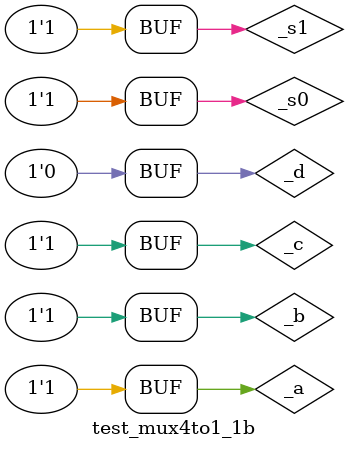
<source format=v>
module Mux4to1_1b(A0,A1,A2,A3,S1,S0,F);
  input A0,A1,A2,A3,S1,S0;
  output F;
  wire w0,w1,w2,w3,w4,w5;
  not (W0,S0);
  not (W1,S1);
  and (W2,W0,W1,A0);
  and (W3,W1,S0,A1);
  and (W4,S1,W0,A2);
  and (W5,S1,S0,A3);
  or (F,W2,W3,W4,W5);
endmodule

module test_mux4to1_1b;
  reg _s0,_s1, _a, _b , _c, _d;
  wire _f;
  mux4to1_1b mux(.s1(_s1), .s0(_s0),.a(_a),.b(_b),.c(_c),.d(_d),.f(_f));
  initial begin
    _s1=1'b0; _s0=1'b0; _a=1'b1;  _b=1'b0; _c=1'b0; _d=1'b0;
    #10
     _s1=1'b0; _s0=1'b0; _a=1'b0;  _b=1'b1; _c=1'b1; _d=1'b1;
    #10
      _s1=1'b0; _s0=1'b1; _a=1'b0;  _b=1'b1; _c=1'b0; _d=1'b0;
    #10
     _s1=1'b0; _s0=1'b1; _a=1'b1;  _b=1'b0; _c=1'b1; _d=1'b1;
    #10
      _s1=1'b1; _s0=1'b0; _a=1'b0;  _b=1'b0; _c=1'b1; _d=1'b0;
    #10
     _s1=1'b1; _s0=1'b0; _a=1'b1;  _b=1'b1; _c=1'b0; _d=1'b1;
    #10
      _s1=1'b1; _s0=1'b1; _a=1'b0;  _b=1'b0; _c=1'b0; _d=1'b1;
    #10
     _s1=1'b1; _s0=1'b1; _a=1'b1;  _b=1'b1; _c=1'b1; _d=1'b0;
  end
endmodule

</source>
